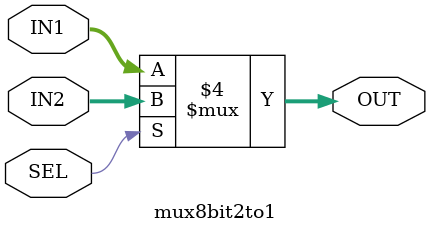
<source format=v>


module alu(DATA1, DATA2, RESULT, SELECT,ZERO) ;

	// Port declarations
	output wire signed[7:0] RESULT;         //8 bit wire to output the result
    output wire ZERO;
	input signed[7:0] DATA1,DATA2;          //8 bit input data
    input [2:0] SELECT;                     //a code for operations
    reg signed[7:0] out;                    //a temporary register to store results
    wire [7:0]temp1result6,temp2result6;    //for right shift and left shift
    wire signed[7:0] RESULT1,RESULT2,RESULT3,RESULT4,RESULT5,RESULT6,RESULT7,RESULT8; // 7 bit wires to store result according to the operation

    // Do all the operations on DATA1 and DATA2
    Forward f(DATA2,RESULT1);               //forward DATA2 data to RESULT1
    Add a2(DATA1,DATA2,RESULT2,ZERO);       //add two operands
    And a3(DATA1,DATA2,RESULT3);            //bitwise ANDing
    Or or1(DATA1,DATA2,RESULT4);            //bitwise ORing
    Multiply mul1(DATA1,DATA2,RESULT5);     //multiplication
    LSR lr1(DATA1,DATA2,temp1result6);      //logical shift right
    LSL ll1(DATA1,DATA2,temp2result6);      //logical shift left
    ASR as1(DATA1,DATA2,RESULT7);           //arithmatic shift right
    ROR ror1(DATA1,DATA2,RESULT8);    

    mux8bit2to1 m8(temp1result6,temp2result6,DATA2[7],RESULT6); //select left or right shift results according to the first bit of immediate value

    always @(SELECT,RESULT1, RESULT2, RESULT3, RESULT4,RESULT5,RESULT6,RESULT7,RESULT8) begin

        case (SELECT)
 		    3'd0 :   out= RESULT1;   // store Forward operation results in register out
 		    3'd1 :   out= RESULT2;   // store Add operation results in register out
 		    3'd2 :   out= RESULT3;   // store And operation results in register out
		    3'd3 :   out= RESULT4;   // store Or operation results in register out
            3'd4 :   out= RESULT5;   // store Multiply operation result in register out
            3'd5 :   out= RESULT6;   // store lsr/lsl operation result in register out    
            3'd6 :   out= RESULT7;   // store asr operation result in register out
            3'd7 :   out= RESULT8;   // store ror operation result in register out
	    endcase
    end
    //store results in to the output RESULT
    assign RESULT =out;

endmodule



//forward module
module Forward(DATA2,RESULT1);
    // module to pass the data as it is
    // Port declarations
    output reg signed[7:0] RESULT1;
    input signed[7:0] DATA2;
    //input [2:0] SELECT;

    always @(DATA2) begin
       #1 RESULT1 =  DATA2;         //forward the DATA2 data in to Result1
    end

endmodule

//add module
module Add(DATA1,DATA2,RESULT2,ZERO);
    // module to perform ADD operation
    // Port declarations
    output reg signed[7:0] RESULT2;
    output reg ZERO;
    input signed[7:0] DATA1,DATA2;
    
    always @(DATA1,DATA2) begin
        ZERO=1'b0;
        #2 RESULT2 = (DATA1+DATA2);   //add the two operands and send to Result2
        if(RESULT2==8'd0) begin
            ZERO=1'b1;
        end
    end

endmodule

//add module
module And(DATA1,DATA2,RESULT3);
    // module to perform AND operation
    // Port declarations
    output reg [7:0] RESULT3;
    input signed[7:0] DATA1,DATA2;
    //input [2:0] SELECT;

    always @(DATA1,DATA2) begin
        #1 RESULT3 =  DATA1 & DATA2;     //bitwise ANDing and send to Result3
    end

endmodule


//forward module
module Or(DATA1,DATA2,RESULT4);
    // module to perform OR operation
    // Port declarations
    output reg signed[7:0] RESULT4;
    input signed[7:0] DATA1,DATA2;
   // input [2:0] SELECT;

    //store the result in to the output
    always @(DATA1,DATA2) begin
        #1 RESULT4 =  DATA2 | DATA1;         //bitwise ORing
    end

endmodule


//Multiply module
module Multiply(DATA1,DATA2,RESULT5);
    // module to perform multiplication operation
    // Port declarations
    output signed[7:0] RESULT5;
    input signed[7:0] DATA1,DATA2;

    wire [7:0] mult[7:0];           //to store ANDed rows
    wire [7:0] shiftmult[7:0];      //to shift ANDed rows
    //wire [7:0] multshift[7:0];
    wire [7:0]select;
    assign select=DATA2;

    //ANDing DATA1 from DATA2 bit by bit
    mux8bit2to1 mu1(8'b0,DATA1,select[0],mult[7]);
    mux8bit2to1 mu2(8'b0,DATA1,select[1],mult[6]);
    mux8bit2to1 mu3(8'b0,DATA1,select[2],mult[5]);
    mux8bit2to1 mu4(8'b0,DATA1,select[3],mult[4]);
    mux8bit2to1 mu5(8'b0,DATA1,select[4],mult[3]);
    mux8bit2to1 mu6(8'b0,DATA1,select[5],mult[2]);
    mux8bit2to1 mu7(8'b0,DATA1,select[6],mult[1]);
    mux8bit2to1 mu8(8'b0,DATA1,select[7],mult[0]);
    
    //shift left ANDed result in order to get the sumation (#2 time delay included)
    LSL mulshift1(mult[7],8'b10000000,shiftmult[7]);
    LSL mulshift2(mult[6],8'b10000001,shiftmult[6]);
    LSL mulshift3(mult[5],8'b10000010,shiftmult[5]);
    LSL mulshift4(mult[4],8'b10000011,shiftmult[4]);
    LSL mulshift5(mult[3],8'b10000100,shiftmult[3]);
    LSL mulshift6(mult[2],8'b10000101,shiftmult[2]);
    LSL mulshift7(mult[1],8'b10000110,shiftmult[1]);
    LSL mulshift8(mult[0],8'b10000111,shiftmult[0]);

    //get the sumation of the shifted results (with #1 time delay there is #2 time delay all together)
    assign #1 RESULT5=shiftmult[7]+shiftmult[6]+shiftmult[5]+shiftmult[4]+shiftmult[3]+shiftmult[2]+shiftmult[1]+shiftmult[0];

endmodule


//module to arithmatic shift right 
module ASR(DATA1,DATA2,RESULT7);
    // Port declarations
    output signed[7:0] RESULT7;
    input [7:0] DATA1,DATA2;

    reg [2:0]SHIFT;
    wire A,C;
    wire[7:0] OUT;
    assign A=1'b1;
    assign C=1'b0;

    //store the result in to the output
     always @(DATA1,DATA2) begin
        case(DATA2)
            8'd0 :  SHIFT=3'b000;  
            8'd1 :  SHIFT=3'b001;  
            8'd2 :  SHIFT=3'b010;  
            8'd3 :  SHIFT=3'b011;  
            8'd4 :  SHIFT=3'b100;  
            8'd5 :  SHIFT=3'b101;  
            8'd6 :  SHIFT=3'b110;  
            8'd7 :  SHIFT=3'b111;   
        endcase
    end 

    barellshift b1(DATA1,SHIFT,A,C,OUT);
    assign #2 RESULT7=OUT;

endmodule


//Logical Shift Right
module LSR(DATA1,DATA2,RESULT6);
    // Port declarations
    output wire [7:0] RESULT6;
    input signed[7:0] DATA1,DATA2;
   // input [2:0] SELECT;

    reg [2:0]SHIFT;
    wire A,C;
    wire[7:0] OUT;
    assign A=1'b0;
    assign C=1'b0;

    always @(DATA1,DATA2) begin
        case(DATA2)
            8'd0 :  SHIFT=3'b000;  
            8'd1 :  SHIFT=3'b001;  
            8'd2 :  SHIFT=3'b010;  
            8'd3 :  SHIFT=3'b011;  
            8'd4 :  SHIFT=3'b100;  
            8'd5 :  SHIFT=3'b101;  
            8'd6 :  SHIFT=3'b110;  
            8'd7 :  SHIFT=3'b111;
        endcase
    end 
    
    barellshift b2(DATA1,SHIFT,A,C,OUT);
    assign #2 RESULT6=OUT;

endmodule


//module to logical shift left
module LSL(DATA1, DATA2,RESULT6);
    //port declaration
    input [7:0] DATA2, DATA1;
    output [7:0] RESULT6;
    wire [7:0] lev1out, lev2out;
    reg [2:0]SHIFT;

    wire [7:0] OUT;
    always @(DATA1,DATA2) begin
       // $monitor($time," data2: %b shift: %b DATA1: %b result: %b",DATA2,SHIFT,DATA1, RESULT6);
        case(DATA2)
            8'b10000000 :  SHIFT=3'b000;  
            8'b10000001 :  SHIFT=3'b001;  
            8'b10000010 :  SHIFT=3'b010;  
            8'b10000011 :  SHIFT=3'b011;  
            8'b10000100 :  SHIFT=3'b100;  
            8'b10000101 :  SHIFT=3'b101;  
            8'b10000110 :  SHIFT=3'b110;
            8'b10000111 :  SHIFT=3'b111;
        endcase
    end
    
    //3 levels left shifting
    mux2to1_1 lev1_7(lev1out[7], DATA1[7], DATA1[6], SHIFT[0]);
    mux2to1_1 lev1_6(lev1out[6], DATA1[6], DATA1[5], SHIFT[0]);
    mux2to1_1 lev1_5(lev1out[5], DATA1[5], DATA1[4], SHIFT[0]);
    mux2to1_1 lev1_4(lev1out[4], DATA1[4], DATA1[3], SHIFT[0]);
    mux2to1_1 lev1_3(lev1out[3], DATA1[3], DATA1[2], SHIFT[0]);
    mux2to1_1 lev1_2(lev1out[2], DATA1[2], DATA1[1], SHIFT[0]);
    mux2to1_1 lev1_1(lev1out[1], DATA1[1], DATA1[0], SHIFT[0]);
    mux2to1_1 lev1_0(lev1out[0], DATA1[0], 1'b0, SHIFT[0]);
    
    mux2to1_1 lev2_7(lev2out[7], lev1out[7], lev1out[5], SHIFT[1]);
    mux2to1_1 lev2_6(lev2out[6], lev1out[6], lev1out[4], SHIFT[1]);
    mux2to1_1 lev2_5(lev2out[5], lev1out[5], lev1out[3], SHIFT[1]);
    mux2to1_1 lev2_4(lev2out[4], lev1out[4], lev1out[2], SHIFT[1]);
    mux2to1_1 lev2_3(lev2out[3], lev1out[3], lev1out[1], SHIFT[1]);
    mux2to1_1 lev2_2(lev2out[2], lev1out[2], lev1out[0], SHIFT[1]);
    mux2to1_1 lev2_1(lev2out[1], lev1out[1], 1'b0, SHIFT[1]);
    mux2to1_1 lev2_0(lev2out[0], lev1out[0], 1'b0, SHIFT[1]);
    
    mux2to1_1 lev3_7(OUT[7], lev2out[7], lev2out[3], SHIFT[2]);
    mux2to1_1 lev3_6(OUT[6], lev2out[6], lev2out[2], SHIFT[2]);
    mux2to1_1 lev3_5(OUT[5], lev2out[5], lev2out[1], SHIFT[2]);
    mux2to1_1 lev3_4(OUT[4], lev2out[4], lev2out[0], SHIFT[2]);
    mux2to1_1 lev3_3(OUT[3], lev2out[3], 1'b0, SHIFT[2]);
    mux2to1_1 lev3_2(OUT[2], lev2out[2], 1'b0, SHIFT[2]);
    mux2to1_1 lev3_1(OUT[1], lev2out[1], 1'b0, SHIFT[2]);
    mux2to1_1 lev3_0(OUT[0], lev2out[0], 1'b0, SHIFT[2]);

    assign #2 RESULT6 = OUT;

endmodule


//module to rotate
module ROR(DATA1,DATA2,RESULT8);
    // Port declarations
    output signed[7:0] RESULT8;
    input [7:0] DATA1,DATA2;

    reg [2:0]SHIFT;
    wire A,C;
    wire [7:0] OUT;
    assign A=1'b0;
    assign C=1'b1;

    //store the result in to the output
     always @(DATA1,DATA2) begin

        case(DATA2)
            8'd0 :  SHIFT=3'b000;  
            8'd1 :  SHIFT=3'b001;  
            8'd2 :  SHIFT=3'b010;  
            8'd3 :  SHIFT=3'b011;  
            8'd4 :  SHIFT=3'b100;  
            8'd5 :  SHIFT=3'b101;  
            8'd6 :  SHIFT=3'b110;  
            8'd7 :  SHIFT=3'b111;   
        endcase
    end 

    barellshift b3(DATA1,SHIFT,A,C,OUT);
    assign #2 RESULT8=OUT;

    

endmodule


module mux2to1_1 (OUT, IN1, IN2, SELECT);
    //    1 bit bit 2 to 1 mux
    // port declaration
    input IN1, IN2;
    input SELECT;
    output OUT;
    wire y1,y2;
    
    and(y1, IN1, ~SELECT);
    and(y2, IN2, SELECT);
    or(OUT, y1, y2);

endmodule

//barrelshifting arithmatic/right shift/rotate selecting module part
module barrelshiftlevel(OUT,IN1,IN2,IN3,S,A,C);
    input IN1,IN2,IN3,S,A,C;
    output OUT;

    wire temp1,temp2,temp3;
    and a11(temp1,S,C,IN1);
    and a12(temp2,S,~C,A,IN2);
    and a13(temp3,~S,IN3);
    or o1(OUT,temp1,temp2,temp3);

endmodule



//3 level barrell shifting module
module barellshift(DATA,SHIFT,A,C,RESULT);
    input [7:0]DATA;
    input[2:0]SHIFT;
    input  A,C;
    output [7:0]RESULT;
    wire [7:0]temp1,temp2,out;

    //shift/rotate 1 bit
    barrelshiftlevel bs1(temp1[7],DATA[0],DATA[7],DATA[7],SHIFT[0],A,C);
    mux2to1_1 m11(temp1[6], DATA[6], DATA[7], SHIFT[0]);
    mux2to1_1 m13(temp1[5], DATA[5], DATA[6], SHIFT[0]);
    mux2to1_1 m14(temp1[4], DATA[4], DATA[5], SHIFT[0]);
    mux2to1_1 m15(temp1[3], DATA[3], DATA[4], SHIFT[0]);
    mux2to1_1 m16(temp1[2], DATA[2], DATA[3], SHIFT[0]);
    mux2to1_1 m17(temp1[1], DATA[1], DATA[2], SHIFT[0]);
    mux2to1_1 m18(temp1[0], DATA[0], DATA[1], SHIFT[0]);

    //shift/rotate 2 bits
    barrelshiftlevel bs2(temp2[7],temp1[1],temp1[7],temp1[7],SHIFT[1],A,C);
    barrelshiftlevel bs3(temp2[6],temp1[0],temp1[7],temp1[6],SHIFT[1],A,C);
    mux2to1_1 m21(temp2[5], temp1[5], temp1[7], SHIFT[1]);
    mux2to1_1 m22(temp2[4], temp1[4], temp1[6], SHIFT[1]);
    mux2to1_1 m23(temp2[3], temp1[3], temp1[5], SHIFT[1]);
    mux2to1_1 m24(temp2[2], temp1[2], temp1[4], SHIFT[1]);
    mux2to1_1 m25(temp2[1], temp1[1], temp1[3], SHIFT[1]);
    mux2to1_1 m26(temp2[0], temp1[0], temp1[2], SHIFT[1]);

    //shift/rotate 4 bits
    barrelshiftlevel bs5(out[7],temp2[3],temp2[7],temp2[7],SHIFT[2],A,C);
    barrelshiftlevel bs6(out[6],temp2[2],temp2[7],temp2[6],SHIFT[2],A,C);
    barrelshiftlevel bs7(out[5],temp2[1],temp2[7],temp2[5],SHIFT[2],A,C);
    barrelshiftlevel bs8(out[4],temp2[0],temp2[7],temp2[4],SHIFT[2],A,C);
    mux2to1_1 m32(out[3], temp2[3], temp2[6], SHIFT[2]);
    mux2to1_1 m33(out[2], temp2[2], temp2[5], SHIFT[2]);
    mux2to1_1 m34(out[1], temp2[1], temp2[4], SHIFT[2]);
    mux2to1_1 m35(out[0], temp2[0], temp2[3], SHIFT[2]);

    assign RESULT=out;

endmodule

//8 bits 2to1 mux
module mux8bit2to1(IN1,IN2,SEL,OUT);
    input [7:0]IN1,IN2;
    input SEL;
    output reg [7:0] OUT;

    always @(IN1,IN2,SEL) begin
        if(~SEL)begin
            OUT=IN1;
        end else begin
            OUT=IN2;
        end

    end

endmodule
</source>
